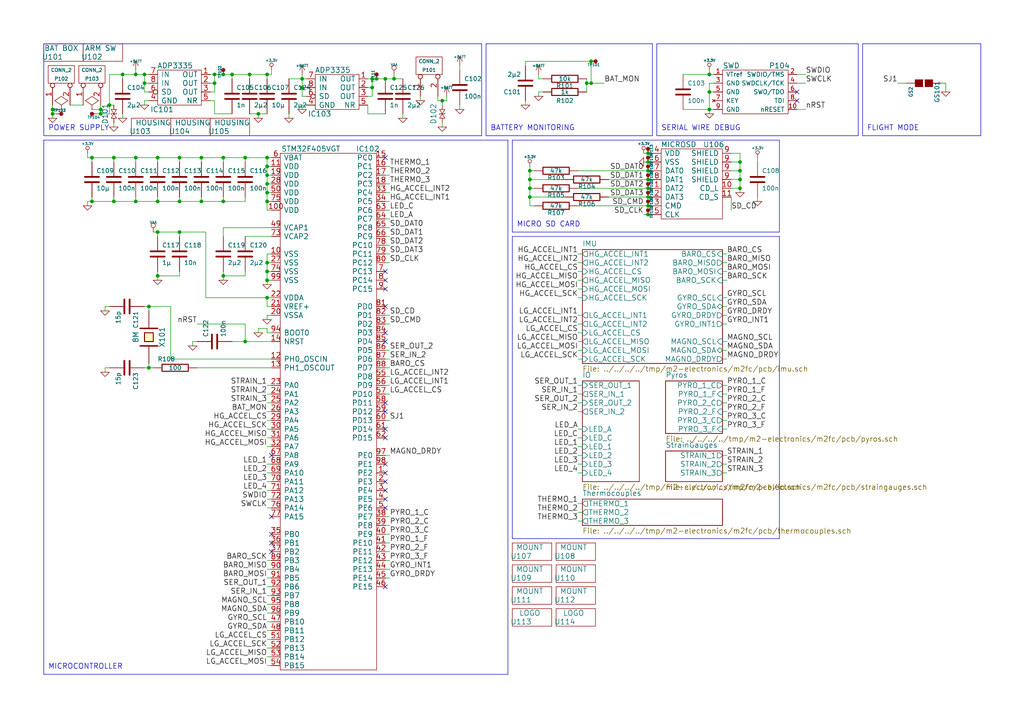
<source format=kicad_sch>
(kicad_sch (version 20230121) (generator eeschema)
  (paper "A4")
  (title_block (title "Martlet 2 Flight Computer") (date "18 Jul 2014") (rev "1") (company "Cambridge University Spaceflight") (comment 1 "Drawn By: Adam Greig"))
  (junction (at 111.76 22.86))
  (junction (at 77.47 86.36))
  (junction (at 214.63 54.61))
  (junction (at 153.67 52.07))
  (junction (at 45.72 80.01))
  (junction (at 33.02 45.72))
  (junction (at 214.63 52.07))
  (junction (at 52.07 45.72))
  (junction (at 171.45 17.78))
  (junction (at 153.67 54.61))
  (junction (at 87.63 22.86))
  (junction (at 33.02 58.42))
  (junction (at 39.37 58.42))
  (junction (at 77.47 55.88))
  (junction (at 52.07 67.31))
  (junction (at 77.47 76.2))
  (junction (at 187.96 52.07))
  (junction (at 109.22 22.86))
  (junction (at 71.12 45.72))
  (junction (at 64.77 58.42))
  (junction (at 77.47 78.74))
  (junction (at 77.47 48.26))
  (junction (at 77.47 53.34))
  (junction (at 62.23 21.59))
  (junction (at 77.47 50.8))
  (junction (at 205.74 21.59))
  (junction (at 214.63 46.99))
  (junction (at 15.24 31.75))
  (junction (at 39.37 21.59))
  (junction (at 67.31 21.59))
  (junction (at 153.67 57.15))
  (junction (at 58.42 45.72))
  (junction (at 187.96 54.61))
  (junction (at 64.77 45.72))
  (junction (at 107.95 25.4))
  (junction (at 41.91 24.13))
  (junction (at 214.63 49.53))
  (junction (at 64.77 80.01))
  (junction (at 128.27 29.21))
  (junction (at 64.77 21.59))
  (junction (at 87.63 25.4))
  (junction (at 77.47 45.72))
  (junction (at 77.47 81.28))
  (junction (at 39.37 45.72))
  (junction (at 171.45 24.13))
  (junction (at 52.07 58.42))
  (junction (at 45.72 58.42))
  (junction (at 107.95 22.86))
  (junction (at 71.12 99.06))
  (junction (at 205.74 26.67))
  (junction (at 72.39 21.59))
  (junction (at 77.47 58.42))
  (junction (at 26.67 58.42))
  (junction (at 43.18 88.9))
  (junction (at 15.24 33.02))
  (junction (at 205.74 31.75))
  (junction (at 29.21 31.75))
  (junction (at 153.67 49.53))
  (junction (at 170.18 24.13))
  (junction (at 45.72 45.72))
  (junction (at 62.23 24.13))
  (junction (at 187.96 46.99))
  (junction (at 45.72 67.31))
  (junction (at 187.96 59.69))
  (junction (at 41.91 21.59))
  (junction (at 29.21 33.02))
  (junction (at 187.96 49.53))
  (junction (at 187.96 62.23))
  (junction (at 187.96 44.45))
  (junction (at 114.3 22.86))
  (junction (at 74.93 33.02))
  (junction (at 58.42 58.42))
  (junction (at 35.56 21.59))
  (junction (at 77.47 21.59))
  (junction (at 187.96 57.15))
  (junction (at 31.75 30.48))
  (junction (at 26.67 45.72))
  (junction (at 43.18 106.68))
  (no_connect (at 111.76 137.16))
  (no_connect (at 111.76 124.46))
  (no_connect (at 111.76 139.7))
  (no_connect (at 111.76 134.62))
  (no_connect (at 111.76 83.82))
  (no_connect (at 111.76 116.84))
  (no_connect (at 111.76 144.78))
  (no_connect (at 78.74 149.86))
  (no_connect (at 231.14 29.21))
  (no_connect (at 111.76 127))
  (no_connect (at 78.74 160.02))
  (no_connect (at 78.74 132.08))
  (no_connect (at 111.76 78.74))
  (no_connect (at 231.14 26.67))
  (no_connect (at 78.74 154.94))
  (no_connect (at 111.76 99.06))
  (no_connect (at 111.76 170.18))
  (no_connect (at 111.76 119.38))
  (no_connect (at 111.76 142.24))
  (no_connect (at 111.76 81.28))
  (no_connect (at 111.76 88.9))
  (no_connect (at 111.76 147.32))
  (no_connect (at 111.76 45.72))
  (no_connect (at 78.74 157.48))
  (no_connect (at 111.76 96.52))
  (wire (pts (xy 35.56 21.59) (xy 39.37 21.59)))
  (wire (pts (xy 58.42 46.99) (xy 58.42 45.72)))
  (wire (pts (xy 83.82 33.02) (xy 83.82 34.29)))
  (wire (pts (xy 107.95 25.4) (xy 107.95 22.86)))
  (wire (pts (xy 72.39 22.86) (xy 72.39 21.59)))
  (wire (pts (xy 67.31 99.06) (xy 71.12 99.06)))
  (wire (pts (xy 87.63 27.94) (xy 87.63 25.4)))
  (wire (pts (xy 78.74 53.34) (xy 77.47 53.34)))
  (polyline (pts (xy 139.7 39.37) (xy 139.7 12.7)) (stroke (width 0) (type solid)))
  (wire (pts (xy 60.96 29.21) (xy 62.23 29.21)))
  (wire (pts (xy 77.47 88.9) (xy 77.47 86.36)))
  (wire (pts (xy 212.09 52.07) (xy 214.63 52.07)))
  (wire (pts (xy 210.82 88.9) (xy 209.55 88.9)))
  (wire (pts (xy 214.63 49.53) (xy 214.63 52.07)))
  (wire (pts (xy 58.42 58.42) (xy 58.42 57.15)))
  (wire (pts (xy 153.67 48.26) (xy 153.67 49.53)))
  (wire (pts (xy 167.64 104.14) (xy 168.91 104.14)))
  (wire (pts (xy 111.76 121.92) (xy 113.03 121.92)))
  (wire (pts (xy 77.47 144.78) (xy 78.74 144.78)))
  (wire (pts (xy 52.07 46.99) (xy 52.07 45.72)))
  (wire (pts (xy 78.74 48.26) (xy 77.47 48.26)))
  (wire (pts (xy 71.12 46.99) (xy 71.12 45.72)))
  (wire (pts (xy 26.67 31.75) (xy 29.21 31.75)))
  (wire (pts (xy 39.37 21.59) (xy 41.91 21.59)))
  (wire (pts (xy 170.18 24.13) (xy 170.18 26.67)))
  (wire (pts (xy 45.72 67.31) (xy 52.07 67.31)))
  (polyline (pts (xy 189.23 12.7) (xy 140.97 12.7)) (stroke (width 0) (type solid)))
  (wire (pts (xy 111.76 58.42) (xy 113.03 58.42)))
  (wire (pts (xy 106.68 27.94) (xy 107.95 27.94)))
  (wire (pts (xy 167.64 81.28) (xy 168.91 81.28)))
  (wire (pts (xy 167.64 146.05) (xy 168.91 146.05)))
  (wire (pts (xy 210.82 76.2) (xy 209.55 76.2)))
  (wire (pts (xy 187.96 46.99) (xy 189.23 46.99)))
  (wire (pts (xy 77.47 177.8) (xy 78.74 177.8)))
  (wire (pts (xy 39.37 57.15) (xy 39.37 58.42)))
  (wire (pts (xy 78.74 137.16) (xy 77.47 137.16)))
  (wire (pts (xy 78.74 73.66) (xy 77.47 73.66)))
  (wire (pts (xy 167.64 132.08) (xy 168.91 132.08)))
  (polyline (pts (xy 148.59 156.21) (xy 148.59 68.58)) (stroke (width 0) (type solid)))
  (wire (pts (xy 71.12 45.72) (xy 77.47 45.72)))
  (wire (pts (xy 167.64 96.52) (xy 168.91 96.52)))
  (wire (pts (xy 187.96 52.07) (xy 189.23 52.07)))
  (wire (pts (xy 133.35 19.05) (xy 133.35 20.32)))
  (wire (pts (xy 111.76 76.2) (xy 113.03 76.2)))
  (wire (pts (xy 29.21 30.48) (xy 29.21 31.75)))
  (wire (pts (xy 77.47 187.96) (xy 78.74 187.96)))
  (wire (pts (xy 55.88 99.06) (xy 55.88 100.33)))
  (wire (pts (xy 78.74 68.58) (xy 71.12 68.58)))
  (wire (pts (xy 153.67 52.07) (xy 163.83 52.07)))
  (wire (pts (xy 78.74 78.74) (xy 77.47 78.74)))
  (wire (pts (xy 74.93 33.02) (xy 74.93 34.29)))
  (wire (pts (xy 58.42 45.72) (xy 64.77 45.72)))
  (wire (pts (xy 153.67 49.53) (xy 154.94 49.53)))
  (wire (pts (xy 59.69 86.36) (xy 77.47 86.36)))
  (wire (pts (xy 77.47 21.59) (xy 77.47 22.86)))
  (wire (pts (xy 210.82 114.3) (xy 209.55 114.3)))
  (wire (pts (xy 210.82 119.38) (xy 209.55 119.38)))
  (wire (pts (xy 29.21 33.02) (xy 31.75 33.02)))
  (wire (pts (xy 45.72 78.74) (xy 45.72 80.01)))
  (wire (pts (xy 167.64 76.2) (xy 168.91 76.2)))
  (wire (pts (xy 167.64 129.54) (xy 168.91 129.54)))
  (wire (pts (xy 64.77 78.74) (xy 64.77 80.01)))
  (wire (pts (xy 83.82 22.86) (xy 87.63 22.86)))
  (wire (pts (xy 167.64 134.62) (xy 168.91 134.62)))
  (wire (pts (xy 71.12 58.42) (xy 71.12 57.15)))
  (wire (pts (xy 152.4 29.21) (xy 152.4 30.48)))
  (wire (pts (xy 41.91 29.21) (xy 41.91 30.48)))
  (wire (pts (xy 77.47 114.3) (xy 78.74 114.3)))
  (wire (pts (xy 167.64 93.98) (xy 168.91 93.98)))
  (wire (pts (xy 274.32 24.13) (xy 274.32 26.67)))
  (wire (pts (xy 78.74 134.62) (xy 77.47 134.62)))
  (wire (pts (xy 77.47 127) (xy 78.74 127)))
  (wire (pts (xy 44.45 67.31) (xy 45.72 67.31)))
  (polyline (pts (xy 248.92 12.7) (xy 190.5 12.7)) (stroke (width 0) (type solid)))
  (wire (pts (xy 157.48 26.67) (xy 156.21 26.67)))
  (wire (pts (xy 35.56 22.86) (xy 35.56 21.59)))
  (wire (pts (xy 111.76 165.1) (xy 113.03 165.1)))
  (wire (pts (xy 31.75 106.68) (xy 30.48 106.68)))
  (wire (pts (xy 71.12 93.98) (xy 71.12 99.06)))
  (wire (pts (xy 207.01 26.67) (xy 205.74 26.67)))
  (wire (pts (xy 111.76 71.12) (xy 113.03 71.12)))
  (wire (pts (xy 39.37 45.72) (xy 45.72 45.72)))
  (wire (pts (xy 156.21 21.59) (xy 156.21 22.86)))
  (wire (pts (xy 152.4 17.78) (xy 152.4 19.05)))
  (wire (pts (xy 111.76 50.8) (xy 113.03 50.8)))
  (wire (pts (xy 60.96 26.67) (xy 62.23 26.67)))
  (wire (pts (xy 212.09 54.61) (xy 214.63 54.61)))
  (wire (pts (xy 153.67 57.15) (xy 163.83 57.15)))
  (wire (pts (xy 49.53 88.9) (xy 43.18 88.9)))
  (wire (pts (xy 111.76 101.6) (xy 113.03 101.6)))
  (polyline (pts (xy 148.59 67.31) (xy 226.06 67.31)) (stroke (width 0) (type solid)))
  (wire (pts (xy 30.48 90.17) (xy 30.48 88.9)))
  (wire (pts (xy 78.74 91.44) (xy 77.47 91.44)))
  (wire (pts (xy 209.55 134.62) (xy 210.82 134.62)))
  (wire (pts (xy 43.18 29.21) (xy 41.91 29.21)))
  (wire (pts (xy 111.76 162.56) (xy 113.03 162.56)))
  (polyline (pts (xy 190.5 12.7) (xy 190.5 39.37)) (stroke (width 0) (type solid)))
  (wire (pts (xy 49.53 104.14) (xy 78.74 104.14)))
  (wire (pts (xy 167.64 83.82) (xy 168.91 83.82)))
  (wire (pts (xy 111.76 149.86) (xy 113.03 149.86)))
  (wire (pts (xy 111.76 53.34) (xy 113.03 53.34)))
  (wire (pts (xy 153.67 59.69) (xy 154.94 59.69)))
  (polyline (pts (xy 284.48 39.37) (xy 250.19 39.37)) (stroke (width 0) (type solid)))
  (wire (pts (xy 153.67 57.15) (xy 153.67 59.69)))
  (wire (pts (xy 111.76 132.08) (xy 113.03 132.08)))
  (wire (pts (xy 41.91 106.68) (xy 43.18 106.68)))
  (wire (pts (xy 111.76 73.66) (xy 113.03 73.66)))
  (wire (pts (xy 62.23 24.13) (xy 62.23 21.59)))
  (wire (pts (xy 107.95 22.86) (xy 109.22 22.86)))
  (wire (pts (xy 78.74 142.24) (xy 77.47 142.24)))
  (wire (pts (xy 45.72 46.99) (xy 45.72 45.72)))
  (wire (pts (xy 60.96 24.13) (xy 62.23 24.13)))
  (wire (pts (xy 71.12 99.06) (xy 78.74 99.06)))
  (polyline (pts (xy 226.06 40.64) (xy 226.06 67.31)) (stroke (width 0) (type solid)))
  (wire (pts (xy 87.63 30.48) (xy 87.63 31.75)))
  (polyline (pts (xy 248.92 39.37) (xy 248.92 12.7)) (stroke (width 0) (type solid)))
  (wire (pts (xy 77.47 55.88) (xy 78.74 55.88)))
  (polyline (pts (xy 226.06 68.58) (xy 226.06 156.21)) (stroke (width 0) (type solid)))
  (polyline (pts (xy 147.32 40.64) (xy 147.32 195.58)) (stroke (width 0) (type solid)))
  (wire (pts (xy 209.55 99.06) (xy 210.82 99.06)))
  (wire (pts (xy 187.96 54.61) (xy 189.23 54.61)))
  (wire (pts (xy 111.76 93.98) (xy 113.03 93.98)))
  (wire (pts (xy 187.96 59.69) (xy 189.23 59.69)))
  (wire (pts (xy 39.37 20.32) (xy 39.37 21.59)))
  (wire (pts (xy 209.55 86.36) (xy 210.82 86.36)))
  (wire (pts (xy 209.55 137.16) (xy 210.82 137.16)))
  (wire (pts (xy 52.07 67.31) (xy 59.69 67.31)))
  (polyline (pts (xy 12.7 195.58) (xy 12.7 40.64)) (stroke (width 0) (type solid)))
  (wire (pts (xy 35.56 33.02) (xy 35.56 34.29)))
  (wire (pts (xy 77.47 91.44) (xy 77.47 92.71)))
  (wire (pts (xy 87.63 25.4) (xy 87.63 22.86)))
  (wire (pts (xy 43.18 90.17) (xy 43.18 88.9)))
  (wire (pts (xy 111.76 109.22) (xy 113.03 109.22)))
  (wire (pts (xy 88.9 27.94) (xy 87.63 27.94)))
  (wire (pts (xy 52.07 58.42) (xy 58.42 58.42)))
  (wire (pts (xy 64.77 45.72) (xy 71.12 45.72)))
  (wire (pts (xy 167.64 151.13) (xy 168.91 151.13)))
  (wire (pts (xy 77.47 190.5) (xy 78.74 190.5)))
  (polyline (pts (xy 148.59 68.58) (xy 226.06 68.58)) (stroke (width 0) (type solid)))
  (wire (pts (xy 212.09 49.53) (xy 214.63 49.53)))
  (wire (pts (xy 78.74 76.2) (xy 77.47 76.2)))
  (wire (pts (xy 77.47 45.72) (xy 78.74 45.72)))
  (wire (pts (xy 111.76 63.5) (xy 113.03 63.5)))
  (wire (pts (xy 77.47 58.42) (xy 78.74 58.42)))
  (wire (pts (xy 57.15 99.06) (xy 55.88 99.06)))
  (wire (pts (xy 205.74 21.59) (xy 207.01 21.59)))
  (polyline (pts (xy 140.97 12.7) (xy 140.97 39.37)) (stroke (width 0) (type solid)))
  (wire (pts (xy 167.64 119.38) (xy 168.91 119.38)))
  (wire (pts (xy 111.76 68.58) (xy 113.03 68.58)))
  (wire (pts (xy 78.74 50.8) (xy 77.47 50.8)))
  (wire (pts (xy 77.47 86.36) (xy 78.74 86.36)))
  (wire (pts (xy 43.18 24.13) (xy 41.91 24.13)))
  (wire (pts (xy 45.72 80.01) (xy 52.07 80.01)))
  (wire (pts (xy 209.55 78.74) (xy 210.82 78.74)))
  (wire (pts (xy 57.15 93.98) (xy 71.12 93.98)))
  (wire (pts (xy 45.72 67.31) (xy 45.72 68.58)))
  (wire (pts (xy 111.76 160.02) (xy 113.03 160.02)))
  (wire (pts (xy 77.47 167.64) (xy 78.74 167.64)))
  (wire (pts (xy 212.09 44.45) (xy 214.63 44.45)))
  (wire (pts (xy 41.91 26.67) (xy 43.18 26.67)))
  (wire (pts (xy 77.47 116.84) (xy 78.74 116.84)))
  (wire (pts (xy 167.64 114.3) (xy 168.91 114.3)))
  (wire (pts (xy 87.63 22.86) (xy 87.63 21.59)))
  (wire (pts (xy 111.76 104.14) (xy 113.03 104.14)))
  (wire (pts (xy 133.35 30.48) (xy 133.35 31.75)))
  (wire (pts (xy 72.39 21.59) (xy 77.47 21.59)))
  (wire (pts (xy 64.77 80.01) (xy 71.12 80.01)))
  (polyline (pts (xy 284.48 12.7) (xy 284.48 39.37)) (stroke (width 0) (type solid)))
  (wire (pts (xy 210.82 104.14) (xy 209.55 104.14)))
  (wire (pts (xy 77.47 162.56) (xy 78.74 162.56)))
  (wire (pts (xy 33.02 30.48) (xy 31.75 30.48)))
  (wire (pts (xy 205.74 31.75) (xy 205.74 33.02)))
  (polyline (pts (xy 226.06 156.21) (xy 148.59 156.21)) (stroke (width 0) (type solid)))
  (wire (pts (xy 45.72 45.72) (xy 52.07 45.72)))
  (wire (pts (xy 113.03 152.4) (xy 111.76 152.4)))
  (wire (pts (xy 77.47 58.42) (xy 77.47 60.96)))
  (wire (pts (xy 176.53 57.15) (xy 187.96 57.15)))
  (wire (pts (xy 78.74 81.28) (xy 77.47 81.28)))
  (wire (pts (xy 64.77 58.42) (xy 71.12 58.42)))
  (wire (pts (xy 52.07 68.58) (xy 52.07 67.31)))
  (wire (pts (xy 207.01 24.13) (xy 205.74 24.13)))
  (wire (pts (xy 77.47 96.52) (xy 77.47 95.25)))
  (wire (pts (xy 77.47 81.28) (xy 77.47 82.55)))
  (wire (pts (xy 262.89 24.13) (xy 260.35 24.13)))
  (wire (pts (xy 153.67 49.53) (xy 153.67 52.07)))
  (wire (pts (xy 121.92 27.94) (xy 121.92 29.21)))
  (wire (pts (xy 170.18 24.13) (xy 171.45 24.13)))
  (wire (pts (xy 39.37 46.99) (xy 39.37 45.72)))
  (wire (pts (xy 25.4 45.72) (xy 26.67 45.72)))
  (wire (pts (xy 189.23 62.23) (xy 187.96 62.23)))
  (wire (pts (xy 25.4 59.69) (xy 25.4 58.42)))
  (wire (pts (xy 33.02 46.99) (xy 33.02 45.72)))
  (polyline (pts (xy 147.32 195.58) (xy 12.7 195.58)) (stroke (width 0) (type solid)))
  (wire (pts (xy 210.82 111.76) (xy 209.55 111.76)))
  (wire (pts (xy 20.32 30.48) (xy 24.13 30.48)))
  (wire (pts (xy 171.45 24.13) (xy 175.26 24.13)))
  (wire (pts (xy 187.96 62.23) (xy 186.69 62.23)))
  (wire (pts (xy 16.51 33.02) (xy 15.24 33.02)))
  (wire (pts (xy 77.47 55.88) (xy 77.47 58.42)))
  (wire (pts (xy 77.47 180.34) (xy 78.74 180.34)))
  (wire (pts (xy 212.09 57.15) (xy 212.09 60.96)))
  (wire (pts (xy 205.74 26.67) (xy 205.74 31.75)))
  (wire (pts (xy 209.55 73.66) (xy 210.82 73.66)))
  (wire (pts (xy 49.53 88.9) (xy 49.53 104.14)))
  (wire (pts (xy 106.68 33.02) (xy 111.76 33.02)))
  (polyline (pts (xy 12.7 40.64) (xy 147.32 40.64)) (stroke (width 0) (type solid)))
  (polyline (pts (xy 148.59 40.64) (xy 148.59 67.31)) (stroke (width 0) (type solid)))
  (wire (pts (xy 30.48 106.68) (xy 30.48 107.95)))
  (wire (pts (xy 52.07 80.01) (xy 52.07 78.74)))
  (wire (pts (xy 167.64 49.53) (xy 187.96 49.53)))
  (wire (pts (xy 60.96 21.59) (xy 62.23 21.59)))
  (wire (pts (xy 77.47 45.72) (xy 77.47 48.26)))
  (wire (pts (xy 33.02 45.72) (xy 39.37 45.72)))
  (wire (pts (xy 186.69 44.45) (xy 187.96 44.45)))
  (wire (pts (xy 111.76 106.68) (xy 113.03 106.68)))
  (wire (pts (xy 129.54 29.21) (xy 129.54 27.94)))
  (wire (pts (xy 67.31 21.59) (xy 72.39 21.59)))
  (wire (pts (xy 113.03 154.94) (xy 111.76 154.94)))
  (wire (pts (xy 41.91 24.13) (xy 41.91 26.67)))
  (wire (pts (xy 78.74 21.59) (xy 78.74 20.32)))
  (wire (pts (xy 17.78 31.75) (xy 15.24 31.75)))
  (wire (pts (xy 62.23 26.67) (xy 62.23 24.13)))
  (wire (pts (xy 116.84 33.02) (xy 116.84 34.29)))
  (wire (pts (xy 77.47 185.42) (xy 78.74 185.42)))
  (wire (pts (xy 111.76 55.88) (xy 113.03 55.88)))
  (polyline (pts (xy 190.5 39.37) (xy 248.92 39.37)) (stroke (width 0) (type solid)))
  (wire (pts (xy 111.76 91.44) (xy 113.03 91.44)))
  (wire (pts (xy 113.03 157.48) (xy 111.76 157.48)))
  (wire (pts (xy 88.9 25.4) (xy 87.63 25.4)))
  (wire (pts (xy 77.47 147.32) (xy 78.74 147.32)))
  (wire (pts (xy 167.64 86.36) (xy 168.91 86.36)))
  (wire (pts (xy 167.64 99.06) (xy 168.91 99.06)))
  (wire (pts (xy 187.96 44.45) (xy 189.23 44.45)))
  (wire (pts (xy 33.02 35.56) (xy 33.02 36.83)))
  (wire (pts (xy 77.47 129.54) (xy 78.74 129.54)))
  (wire (pts (xy 52.07 58.42) (xy 52.07 57.15)))
  (wire (pts (xy 111.76 48.26) (xy 113.03 48.26)))
  (wire (pts (xy 106.68 30.48) (xy 106.68 33.02)))
  (wire (pts (xy 77.47 172.72) (xy 78.74 172.72)))
  (wire (pts (xy 64.77 80.01) (xy 64.77 81.28)))
  (wire (pts (xy 127 29.21) (xy 128.27 29.21)))
  (wire (pts (xy 212.09 46.99) (xy 214.63 46.99)))
  (wire (pts (xy 205.74 31.75) (xy 207.01 31.75)))
  (wire (pts (xy 77.47 193.04) (xy 78.74 193.04)))
  (wire (pts (xy 111.76 66.04) (xy 113.03 66.04)))
  (wire (pts (xy 72.39 33.02) (xy 74.93 33.02)))
  (wire (pts (xy 77.47 119.38) (xy 78.74 119.38)))
  (wire (pts (xy 78.74 96.52) (xy 77.47 96.52)))
  (wire (pts (xy 77.47 124.46) (xy 78.74 124.46)))
  (wire (pts (xy 109.22 22.86) (xy 111.76 22.86)))
  (wire (pts (xy 167.64 91.44) (xy 168.91 91.44)))
  (wire (pts (xy 210.82 101.6) (xy 209.55 101.6)))
  (wire (pts (xy 176.53 52.07) (xy 187.96 52.07)))
  (polyline (pts (xy 12.7 39.37) (xy 139.7 39.37)) (stroke (width 0) (type solid)))
  (wire (pts (xy 186.69 46.99) (xy 187.96 46.99)))
  (wire (pts (xy 59.69 67.31) (xy 59.69 86.36)))
  (wire (pts (xy 78.74 139.7) (xy 77.47 139.7)))
  (wire (pts (xy 77.47 53.34) (xy 77.47 55.88)))
  (wire (pts (xy 205.74 20.32) (xy 205.74 21.59)))
  (wire (pts (xy 77.47 182.88) (xy 78.74 182.88)))
  (wire (pts (xy 209.55 93.98) (xy 210.82 93.98)))
  (wire (pts (xy 205.74 24.13) (xy 205.74 26.67)))
  (wire (pts (xy 209.55 121.92) (xy 210.82 121.92)))
  (wire (pts (xy 128.27 29.21) (xy 128.27 30.48)))
  (wire (pts (xy 58.42 58.42) (xy 64.77 58.42)))
  (wire (pts (xy 128.27 35.56) (xy 128.27 36.83)))
  (wire (pts (xy 41.91 21.59) (xy 43.18 21.59)))
  (wire (pts (xy 167.64 78.74) (xy 168.91 78.74)))
  (wire (pts (xy 231.14 24.13) (xy 233.68 24.13)))
  (wire (pts (xy 26.67 58.42) (xy 33.02 58.42)))
  (wire (pts (xy 128.27 29.21) (xy 129.54 29.21)))
  (wire (pts (xy 167.64 127) (xy 168.91 127)))
  (wire (pts (xy 87.63 22.86) (xy 88.9 22.86)))
  (wire (pts (xy 41.91 21.59) (xy 41.91 24.13)))
  (wire (pts (xy 231.14 31.75) (xy 233.68 31.75)))
  (wire (pts (xy 167.64 111.76) (xy 168.91 111.76)))
  (wire (pts (xy 26.67 45.72) (xy 33.02 45.72)))
  (wire (pts (xy 167.64 148.59) (xy 168.91 148.59)))
  (wire (pts (xy 114.3 21.59) (xy 114.3 22.86)))
  (wire (pts (xy 198.12 21.59) (xy 205.74 21.59)))
  (wire (pts (xy 62.23 21.59) (xy 64.77 21.59)))
  (wire (pts (xy 111.76 22.86) (xy 114.3 22.86)))
  (wire (pts (xy 77.47 50.8) (xy 77.47 53.34)))
  (wire (pts (xy 167.64 101.6) (xy 168.91 101.6)))
  (wire (pts (xy 127 27.94) (xy 127 29.21)))
  (wire (pts (xy 167.64 59.69) (xy 187.96 59.69)))
  (wire (pts (xy 214.63 44.45) (xy 214.63 46.99)))
  (wire (pts (xy 30.48 88.9) (xy 31.75 88.9)))
  (wire (pts (xy 170.18 22.86) (xy 170.18 24.13)))
  (wire (pts (xy 77.47 95.25) (xy 74.93 95.25)))
  (wire (pts (xy 78.74 111.76) (xy 77.47 111.76)))
  (wire (pts (xy 77.47 170.18) (xy 78.74 170.18)))
  (wire (pts (xy 33.02 57.15) (xy 33.02 58.42)))
  (wire (pts (xy 167.64 137.16) (xy 168.91 137.16)))
  (wire (pts (xy 52.07 45.72) (xy 58.42 45.72)))
  (wire (pts (xy 43.18 106.68) (xy 44.45 106.68)))
  (wire (pts (xy 111.76 111.76) (xy 113.03 111.76)))
  (wire (pts (xy 43.18 105.41) (xy 43.18 106.68)))
  (wire (pts (xy 64.77 21.59) (xy 67.31 21.59)))
  (wire (pts (xy 209.55 91.44) (xy 210.82 91.44)))
  (wire (pts (xy 78.74 88.9) (xy 77.47 88.9)))
  (wire (pts (xy 171.45 17.78) (xy 152.4 17.78)))
  (wire (pts (xy 74.93 33.02) (xy 77.47 33.02)))
  (wire (pts (xy 77.47 48.26) (xy 77.47 50.8)))
  (wire (pts (xy 78.74 66.04) (xy 64.77 66.04)))
  (wire (pts (xy 45.72 80.01) (xy 45.72 81.28)))
  (wire (pts (xy 187.96 57.15) (xy 189.23 57.15)))
  (wire (pts (xy 25.4 58.42) (xy 26.67 58.42)))
  (wire (pts (xy 45.72 58.42) (xy 52.07 58.42)))
  (wire (pts (xy 214.63 46.99) (xy 214.63 49.53)))
  (wire (pts (xy 62.23 29.21) (xy 62.23 33.02)))
  (wire (pts (xy 107.95 27.94) (xy 107.95 25.4)))
  (wire (pts (xy 45.72 57.15) (xy 45.72 58.42)))
  (wire (pts (xy 153.67 54.61) (xy 153.67 57.15)))
  (polyline (pts (xy 12.7 12.7) (xy 12.7 39.37)) (stroke (width 0) (type solid)))
  (wire (pts (xy 71.12 80.01) (xy 71.12 78.74)))
  (wire (pts (xy 273.05 24.13) (xy 274.32 24.13)))
  (wire (pts (xy 77.47 165.1) (xy 78.74 165.1)))
  (wire (pts (xy 214.63 52.07) (xy 214.63 54.61)))
  (polyline (pts (xy 148.59 40.64) (xy 226.06 40.64)) (stroke (width 0) (type solid)))
  (wire (pts (xy 77.47 175.26) (xy 78.74 175.26)))
  (wire (pts (xy 167.64 116.84) (xy 168.91 116.84)))
  (wire (pts (xy 64.77 58.42) (xy 64.77 57.15)))
  (wire (pts (xy 25.4 44.45) (xy 25.4 45.72)))
  (polyline (pts (xy 250.19 12.7) (xy 284.48 12.7)) (stroke (width 0) (type solid)))
  (wire (pts (xy 74.93 95.25) (xy 74.93 96.52)))
  (wire (pts (xy 67.31 22.86) (xy 67.31 21.59)))
  (wire (pts (xy 77.47 121.92) (xy 78.74 121.92)))
  (wire (pts (xy 77.47 73.66) (xy 77.47 76.2)))
  (wire (pts (xy 31.75 21.59) (xy 35.56 21.59)))
  (wire (pts (xy 39.37 58.42) (xy 45.72 58.42)))
  (wire (pts (xy 156.21 22.86) (xy 157.48 22.86)))
  (wire (pts (xy 167.64 73.66) (xy 168.91 73.66)))
  (wire (pts (xy 210.82 81.28) (xy 209.55 81.28)))
  (wire (pts (xy 31.75 30.48) (xy 31.75 21.59)))
  (wire (pts (xy 26.67 46.99) (xy 26.67 45.72)))
  (wire (pts (xy 156.21 26.67) (xy 156.21 27.94)))
  (wire (pts (xy 57.15 106.68) (xy 78.74 106.68)))
  (wire (pts (xy 231.14 21.59) (xy 233.68 21.59)))
  (polyline (pts (xy 189.23 12.7) (xy 189.23 39.37)) (stroke (width 0) (type solid)))
  (wire (pts (xy 214.63 54.61) (xy 214.63 55.88)))
  (wire (pts (xy 106.68 25.4) (xy 107.95 25.4)))
  (wire (pts (xy 15.24 31.75) (xy 15.24 33.02)))
  (wire (pts (xy 15.24 30.48) (xy 15.24 31.75)))
  (wire (pts (xy 77.47 78.74) (xy 77.47 81.28)))
  (wire (pts (xy 187.96 49.53) (xy 189.23 49.53)))
  (wire (pts (xy 171.45 24.13) (xy 171.45 17.78)))
  (wire (pts (xy 77.47 76.2) (xy 77.47 78.74)))
  (wire (pts (xy 209.55 132.08) (xy 210.82 132.08)))
  (wire (pts (xy 111.76 167.64) (xy 113.03 167.64)))
  (wire (pts (xy 209.55 124.46) (xy 210.82 124.46)))
  (wire (pts (xy 198.12 31.75) (xy 205.74 31.75)))
  (wire (pts (xy 153.67 54.61) (xy 154.94 54.61)))
  (wire (pts (xy 153.67 52.07) (xy 153.67 54.61)))
  (wire (pts (xy 106.68 22.86) (xy 107.95 22.86)))
  (wire (pts (xy 62.23 33.02) (xy 67.31 33.02)))
  (wire (pts (xy 31.75 33.02) (xy 31.75 30.48)))
  (wire (pts (xy 219.71 57.15) (xy 219.71 58.42)))
  (wire (pts (xy 210.82 116.84) (xy 209.55 116.84)))
  (polyline (pts (xy 12.7 12.7) (xy 139.7 12.7)) (stroke (width 0) (type solid)))
  (polyline (pts (xy 250.19 39.37) (xy 250.19 12.7)) (stroke (width 0) (type solid)))
  (wire (pts (xy 77.47 60.96) (xy 78.74 60.96)))
  (wire (pts (xy 26.67 57.15) (xy 26.67 58.42)))
  (wire (pts (xy 114.3 22.86) (xy 116.84 22.86)))
  (wire (pts (xy 111.76 114.3) (xy 113.03 114.3)))
  (wire (pts (xy 15.24 33.02) (xy 15.24 34.29)))
  (wire (pts (xy 33.02 58.42) (xy 39.37 58.42)))
  (wire (pts (xy 27.94 33.02) (xy 29.21 33.02)))
  (wire (pts (xy 29.21 31.75) (xy 29.21 33.02)))
  (wire (pts (xy 167.64 54.61) (xy 187.96 54.61)))
  (wire (pts (xy 88.9 30.48) (xy 87.63 30.48)))
  (wire (pts (xy 111.76 60.96) (xy 113.03 60.96)))
  (wire (pts (xy 77.47 21.59) (xy 78.74 21.59)))
  (wire (pts (xy 64.77 66.04) (xy 64.77 68.58)))
  (polyline (pts (xy 140.97 39.37) (xy 189.23 39.37)) (stroke (width 0) (type solid)))
  (wire (pts (xy 43.18 88.9) (xy 41.91 88.9)))
  (wire (pts (xy 64.77 46.99) (xy 64.77 45.72)))
  (wire (pts (xy 219.71 45.72) (xy 219.71 46.99)))
  (wire (pts (xy 167.64 124.46) (xy 168.91 124.46)))
  (text "MICROCONTROLLER" (at 13.97 194.31 0) (effects (font (size 1.524 1.524)) (justify left bottom)))
  (text "SERIAL WIRE DEBUG" (at 191.77 38.1 0) (effects (font (size 1.524 1.524)) (justify left bottom)))
  (text "BATTERY MONITORING" (at 142.24 38.1 0) (effects (font (size 1.524 1.524)) (justify left bottom)))
  (text "POWER SUPPLY" (at 13.97 38.1 0) (effects (font (size 1.524 1.524)) (justify left bottom)))
  (text "FLIGHT MODE" (at 251.46 38.1 0) (effects (font (size 1.524 1.524)) (justify left bottom)))
  (text "MICRO SD CARD" (at 149.86 66.04 0) (effects (font (size 1.524 1.524)) (justify left bottom)))
  (label "SD_DAT3" (at 186.69 57.15 180) (effects (font (size 1.524 1.524))))
  (label "SD_CD" (at 212.09 60.96 0) (effects (font (size 1.524 1.524))))
  (label "LG_ACCEL_MISO" (at 77.47 190.5 180) (effects (font (size 1.524 1.524))))
  (label "LG_ACCEL_MOSI" (at 167.64 101.6 180) (effects (font (size 1.524 1.524))))
  (label "LED_1" (at 77.47 134.62 180) (effects (font (size 1.524 1.524))))
  (label "GYRO_SCL" (at 210.82 86.36 0) (effects (font (size 1.524 1.524))))
  (label "SD_DAT2" (at 113.03 71.12 0) (effects (font (size 1.524 1.524))))
  (label "SER_IN_1" (at 167.64 114.3 180) (effects (font (size 1.524 1.524))))
  (label "HG_ACCEL_INT1" (at 167.64 73.66 180) (effects (font (size 1.524 1.524))))
  (label "LED_3" (at 77.47 139.7 180) (effects (font (size 1.524 1.524))))
  (label "STRAIN_2" (at 210.82 134.62 0) (effects (font (size 1.524 1.524))))
  (label "HG_ACCEL_SCK" (at 167.64 86.36 180) (effects (font (size 1.524 1.524))))
  (label "LED_2" (at 167.64 132.08 180) (effects (font (size 1.524 1.524))))
  (label "MAGNO_SCL" (at 210.82 99.06 0) (effects (font (size 1.524 1.524))))
  (label "HG_ACCEL_MISO" (at 167.64 81.28 180) (effects (font (size 1.524 1.524))))
  (label "SD_DAT0" (at 113.03 66.04 0) (effects (font (size 1.524 1.524))))
  (label "LG_ACCEL_INT2" (at 167.64 93.98 180) (effects (font (size 1.524 1.524))))
  (label "PYRO_2_C" (at 113.03 152.4 0) (effects (font (size 1.524 1.524))))
  (label "BARO_MOSI" (at 210.82 78.74 0) (effects (font (size 1.524 1.524))))
  (label "LED_A" (at 113.03 63.5 0) (effects (font (size 1.524 1.524))))
  (label "HG_ACCEL_SCK" (at 77.47 124.46 180) (effects (font (size 1.524 1.524))))
  (label "BARO_CS" (at 113.03 106.68 0) (effects (font (size 1.524 1.524))))
  (label "SD_DAT1" (at 186.69 52.07 180) (effects (font (size 1.524 1.524))))
  (label "HG_ACCEL_INT2" (at 113.03 55.88 0) (effects (font (size 1.524 1.524))))
  (label "HG_ACCEL_INT1" (at 113.03 58.42 0) (effects (font (size 1.524 1.524))))
  (label "GYRO_SCL" (at 77.47 180.34 180) (effects (font (size 1.524 1.524))))
  (label "HG_ACCEL_MOSI" (at 77.47 129.54 180) (effects (font (size 1.524 1.524))))
  (label "LG_ACCEL_INT1" (at 167.64 91.44 180) (effects (font (size 1.524 1.524))))
  (label "THERMO_1" (at 113.03 48.26 0) (effects (font (size 1.524 1.524))))
  (label "PYRO_1_C" (at 113.03 149.86 0) (effects (font (size 1.524 1.524))))
  (label "PYRO_3_F" (at 113.03 162.56 0) (effects (font (size 1.524 1.524))))
  (label "HG_ACCEL_CS" (at 167.64 78.74 180) (effects (font (size 1.524 1.524))))
  (label "GYRO_DRDY" (at 113.03 167.64 0) (effects (font (size 1.524 1.524))))
  (label "MAGNO_DRDY" (at 113.03 132.08 0) (effects (font (size 1.524 1.524))))
  (label "SER_IN_1" (at 77.47 172.72 180) (effects (font (size 1.524 1.524))))
  (label "GYRO_SDA" (at 77.47 182.88 180) (effects (font (size 1.524 1.524))))
  (label "SD_CMD" (at 113.03 93.98 0) (effects (font (size 1.524 1.524))))
  (label "PYRO_2_F" (at 210.82 119.38 0) (effects (font (size 1.524 1.524))))
  (label "LG_ACCEL_CS" (at 77.47 185.42 180) (effects (font (size 1.524 1.524))))
  (label "LG_ACCEL_CS" (at 113.03 114.3 0) (effects (font (size 1.524 1.524))))
  (label "SD_CD" (at 113.03 91.44 0) (effects (font (size 1.524 1.524))))
  (label "SWCLK" (at 233.68 24.13 0) (effects (font (size 1.524 1.524))))
  (label "THERMO_2" (at 167.64 148.59 180) (effects (font (size 1.524 1.524))))
  (label "BARO_SCK" (at 77.47 162.56 180) (effects (font (size 1.524 1.524))))
  (label "PYRO_3_F" (at 210.82 124.46 0) (effects (font (size 1.524 1.524))))
  (label "STRAIN_1" (at 77.47 111.76 180) (effects (font (size 1.524 1.524))))
  (label "SD_DAT2" (at 186.69 54.61 180) (effects (font (size 1.524 1.524))))
  (label "SER_OUT_2" (at 113.03 101.6 0) (effects (font (size 1.524 1.524))))
  (label "MAGNO_SCL" (at 77.47 175.26 180) (effects (font (size 1.524 1.524))))
  (label "LG_ACCEL_INT1" (at 113.03 111.76 0) (effects (font (size 1.524 1.524))))
  (label "LED_4" (at 77.47 142.24 180) (effects (font (size 1.524 1.524))))
  (label "SWDIO" (at 233.68 21.59 0) (effects (font (size 1.524 1.524))))
  (label "LG_ACCEL_MISO" (at 167.64 99.06 180) (effects (font (size 1.524 1.524))))
  (label "HG_ACCEL_MISO" (at 77.47 127 180) (effects (font (size 1.524 1.524))))
  (label "LG_ACCEL_SCK" (at 77.47 187.96 180) (effects (font (size 1.524 1.524))))
  (label "SD_DAT3" (at 113.03 73.66 0) (effects (font (size 1.524 1.524))))
  (label "STRAIN_3" (at 210.82 137.16 0) (effects (font (size 1.524 1.524))))
  (label "nRST" (at 233.68 31.75 0) (effects (font (size 1.524 1.524))))
  (label "SD_CLK" (at 113.03 76.2 0) (effects (font (size 1.524 1.524))))
  (label "MAGNO_DRDY" (at 210.82 104.14 0) (effects (font (size 1.524 1.524))))
  (label "nRST" (at 57.15 93.98 180) (effects (font (size 1.524 1.524))))
  (label "BARO_MOSI" (at 77.47 167.64 180) (effects (font (size 1.524 1.524))))
  (label "PYRO_3_C" (at 210.82 121.92 0) (effects (font (size 1.524 1.524))))
  (label "THERMO_3" (at 113.03 53.34 0) (effects (font (size 1.524 1.524))))
  (label "STRAIN_3" (at 77.47 116.84 180) (effects (font (size 1.524 1.524))))
  (label "BARO_CS" (at 210.82 73.66 0) (effects (font (size 1.524 1.524))))
  (label "THERMO_2" (at 113.03 50.8 0) (effects (font (size 1.524 1.524))))
  (label "PYRO_1_C" (at 210.82 111.76 0) (effects (font (size 1.524 1.524))))
  (label "SER_IN_2" (at 167.64 119.38 180) (effects (font (size 1.524 1.524))))
  (label "THERMO_3" (at 167.64 151.13 180) (effects (font (size 1.524 1.524))))
  (label "THERMO_1" (at 167.64 146.05 180) (effects (font (size 1.524 1.524))))
  (label "SER_IN_2" (at 113.03 104.14 0) (effects (font (size 1.524 1.524))))
  (label "BARO_SCK" (at 210.82 81.28 0) (effects (font (size 1.524 1.524))))
  (label "LED_C" (at 167.64 127 180) (effects (font (size 1.524 1.524))))
  (label "SJ1" (at 260.35 24.13 180) (effects (font (size 1.524 1.524))))
  (label "PYRO_3_C" (at 113.03 154.94 0) (effects (font (size 1.524 1.524))))
  (label "STRAIN_1" (at 210.82 132.08 0) (effects (font (size 1.524 1.524))))
  (label "GYRO_DRDY" (at 210.82 91.44 0) (effects (font (size 1.524 1.524))))
  (label "LED_A" (at 167.64 124.46 180) (effects (font (size 1.524 1.524))))
  (label "STRAIN_2" (at 77.47 114.3 180) (effects (font (size 1.524 1.524))))
  (label "HG_ACCEL_INT2" (at 167.64 76.2 180) (effects (font (size 1.524 1.524))))
  (label "LG_ACCEL_INT2" (at 113.03 109.22 0) (effects (font (size 1.524 1.524))))
  (label "LG_ACCEL_SCK" (at 167.64 104.14 180) (effects (font (size 1.524 1.524))))
  (label "LG_ACCEL_MOSI" (at 77.47 193.04 180) (effects (font (size 1.524 1.524))))
  (label "GYRO_INT1" (at 113.03 165.1 0) (effects (font (size 1.524 1.524))))
  (label "BARO_MISO" (at 77.47 165.1 180) (effects (font (size 1.524 1.524))))
  (label "GYRO_SDA" (at 210.82 88.9 0) (effects (font (size 1.524 1.524))))
  (label "PYRO_1_F" (at 113.03 157.48 0) (effects (font (size 1.524 1.524))))
  (label "SD_DAT1" (at 113.03 68.58 0) (effects (font (size 1.524 1.524))))
  (label "HG_ACCEL_CS" (at 77.47 121.92 180) (effects (font (size 1.524 1.524))))
  (label "SER_OUT_1" (at 167.64 111.76 180) (effects (font (size 1.524 1.524))))
  (label "LED_4" (at 167.64 137.16 180) (effects (font (size 1.524 1.524))))
  (label "SER_OUT_1" (at 77.47 170.18 180) (effects (font (size 1.524 1.524))))
  (label "LED_2" (at 77.47 137.16 180) (effects (font (size 1.524 1.524))))
  (label "SWCLK" (at 77.47 147.32 180) (effects (font (size 1.524 1.524))))
  (label "BAT_MON" (at 175.26 24.13 0) (effects (font (size 1.524 1.524))))
  (label "LED_C" (at 113.03 60.96 0) (effects (font (size 1.524 1.524))))
  (label "SD_CLK" (at 186.69 62.23 180) (effects (font (size 1.524 1.524))))
  (label "BARO_MISO" (at 210.82 76.2 0) (effects (font (size 1.524 1.524))))
  (label "MAGNO_SDA" (at 210.82 101.6 0) (effects (font (size 1.524 1.524))))
  (label "LG_ACCEL_CS" (at 167.64 96.52 180) (effects (font (size 1.524 1.524))))
  (label "PYRO_1_F" (at 210.82 114.3 0) (effects (font (size 1.524 1.524))))
  (label "SD_DAT0" (at 186.69 49.53 180) (effects (font (size 1.524 1.524))))
  (label "HG_ACCEL_MOSI" (at 167.64 83.82 180) (effects (font (size 1.524 1.524))))
  (label "GYRO_INT1" (at 210.82 93.98 0) (effects (font (size 1.524 1.524))))
  (label "SWDIO" (at 77.47 144.78 180) (effects (font (size 1.524 1.524))))
  (label "LED_1" (at 167.64 129.54 180) (effects (font (size 1.524 1.524))))
  (label "SER_OUT_2" (at 167.64 116.84 180) (effects (font (size 1.524 1.524))))
  (label "PYRO_2_F" (at 113.03 160.02 0) (effects (font (size 1.524 1.524))))
  (label "MAGNO_SDA" (at 77.47 177.8 180) (effects (font (size 1.524 1.524))))
  (label "LED_3" (at 167.64 134.62 180) (effects (font (size 1.524 1.524))))
  (label "SJ1" (at 113.03 121.92 0) (effects (font (size 1.524 1.524))))
  (label "PYRO_2_C" (at 210.82 116.84 0) (effects (font (size 1.524 1.524))))
  (label "BAT_MON" (at 77.47 119.38 180) (effects (font (size 1.524 1.524))))
  (label "SD_CMD" (at 186.69 59.69 180) (effects (font (size 1.524 1.524))))
  (symbol (lib_id "m2fc-rescue:GND-RESCUE-m2fc") (at 30.48 90.17 0) (unit 1)
    (property "Reference" "#PWR01" (effects hide))
    (property "Value" "GND" (effects hide))
  )
  (symbol (lib_id "m2fc-rescue:GND-RESCUE-m2fc") (at 30.48 107.95 0) (unit 1)
    (property "Reference" "#PWR02" (effects hide))
    (property "Value" "GND" (effects hide))
  )
  (symbol (lib_id "m2fc-rescue:GND-RESCUE-m2fc") (at 41.91 30.48 0) (unit 1)
    (property "Reference" "#PWR03" (effects hide))
    (property "Value" "GND" (effects hide))
  )
  (symbol (lib_id "m2fc-rescue:GND-RESCUE-m2fc") (at 74.93 34.29 0) (unit 1)
    (property "Reference" "#PWR04" (effects hide))
    (property "Value" "GND" (effects hide))
  )
  (symbol (lib_id "m2fc-rescue:CONN_2") (at 17.78 21.59 90) (unit 1)
    (property "Reference" "P102" (at 17.78 22.86 90) (effects (font (size 1.016 1.016))))
    (property "Value" "CONN_2" (at 17.78 20.32 90) (effects (font (size 1.016 1.016))))
    (property "Footprint" "m2fc:S02B-PASK-2" (effects hide))
    (property "Farnell" "1830747" (effects hide))
  )
  (symbol (lib_id "m2fc-rescue:C-RESCUE-m2fc") (at 36.83 106.68 270) (unit 1)
    (property "Reference" "C123" (at 39.37 107.95 0) (effects (justify left)))
    (property "Value" "15p" (at 34.29 107.95 0) (effects (justify left)))
    (property "Footprint" "m2fc:C0603" (effects hide))
    (property "Farnell" "1759055" (effects hide))
  )
  (symbol (lib_id "m2fc-rescue:CRYSTAL") (at 43.18 97.79 270) (unit 1)
    (property "Reference" "X101" (at 46.99 97.79 0) (effects (font (size 1.524 1.524))))
    (property "Value" "8M" (at 39.37 97.79 0) (effects (font (size 1.524 1.524))))
    (property "Footprint" "m2fc:XTAL50x32" (effects hide))
    (property "Farnell" "2101329" (effects hide))
  )
  (symbol (lib_id "m2fc-rescue:C-RESCUE-m2fc") (at 36.83 88.9 270) (unit 1)
    (property "Reference" "C121" (at 39.37 90.17 0) (effects (justify left)))
    (property "Value" "15p" (at 34.29 90.17 0) (effects (justify left)))
    (property "Footprint" "m2fc:C0603" (effects hide))
    (property "Farnell" "1759055" (effects hide))
  )
  (symbol (lib_id "part:PART") (at 25.4 16.51 0) (unit 1)
    (property "Reference" "U102" (at 26.67 16.51 0) (effects (font (size 1.524 1.524))))
    (property "Value" "ARM SW" (at 29.21 13.97 0) (effects (font (size 1.524 1.524))))
    (property "Farnell" "SW04244" (effects hide))
  )
  (symbol (lib_id "part:PART") (at 13.97 16.51 0) (unit 1)
    (property "Reference" "U101" (at 15.24 16.51 0) (effects (font (size 1.524 1.524))))
    (property "Value" "BAT BOX" (at 17.78 13.97 0) (effects (font (size 1.524 1.524))))
    (property "Farnell" "BT01732" (effects hide))
  )
  (symbol (lib_id "m2fc-rescue:R-RESCUE-m2fc") (at 163.83 26.67 270) (mirror x) (unit 1)
    (property "Reference" "R102" (at 163.83 29.21 90))
    (property "Value" "1k" (at 163.83 26.67 90))
    (property "Footprint" "m2fc:R0603" (effects hide))
    (property "Farnell" "2116678" (effects hide))
  )
  (symbol (lib_id "m2fc-rescue:R-RESCUE-m2fc") (at 163.83 22.86 90) (mirror x) (unit 1)
    (property "Reference" "R101" (at 163.83 24.892 90))
    (property "Value" "10k" (at 163.83 22.86 90))
    (property "Footprint" "m2fc:R0603" (effects hide))
    (property "Farnell" "2332016" (effects hide))
  )
  (symbol (lib_id "m2fc-rescue:GND-RESCUE-m2fc") (at 156.21 27.94 0) (mirror y) (unit 1)
    (property "Reference" "#PWR05" (effects hide))
    (property "Value" "GND" (effects hide))
  )
  (symbol (lib_id "m2fc-rescue:+BATT") (at 156.21 21.59 0) (mirror y) (unit 1)
    (property "Reference" "#PWR06" (effects hide))
    (property "Value" "+BATT" (at 156.21 19.05 0) (effects (font (size 0.762 0.762))))
  )
  (symbol (lib_id "m2fc-rescue:GND-RESCUE-m2fc") (at 152.4 30.48 0) (mirror y) (unit 1)
    (property "Reference" "#PWR07" (effects hide))
    (property "Value" "GND" (effects hide))
  )
  (symbol (lib_id "m2fc-rescue:GND-RESCUE-m2fc") (at 25.4 59.69 0) (unit 1)
    (property "Reference" "#PWR08" (effects hide))
    (property "Value" "GND" (effects hide))
  )
  (symbol (lib_id "m2fc-rescue:C-RESCUE-m2fc") (at 52.07 52.07 0) (unit 1)
    (property "Reference" "C113" (at 53.34 49.53 0) (effects (justify left)))
    (property "Value" "100n" (at 53.34 54.61 0) (effects (justify left)))
    (property "Footprint" "m2fc:C0603" (effects hide))
    (property "Farnell" "1759037" (effects hide))
  )
  (symbol (lib_id "m2fc-rescue:C-RESCUE-m2fc") (at 45.72 52.07 0) (unit 1)
    (property "Reference" "C112" (at 46.99 49.53 0) (effects (justify left)))
    (property "Value" "100n" (at 46.99 54.61 0) (effects (justify left)))
    (property "Footprint" "m2fc:C0603" (effects hide))
    (property "Farnell" "1759037" (effects hide))
  )
  (symbol (lib_id "m2fc-rescue:C-RESCUE-m2fc") (at 33.02 52.07 0) (unit 1)
    (property "Reference" "C110" (at 34.29 49.53 0) (effects (justify left)))
    (property "Value" "100n" (at 34.29 54.61 0) (effects (justify left)))
    (property "Footprint" "m2fc:C0603" (effects hide))
    (property "Farnell" "1759037" (effects hide))
  )
  (symbol (lib_id "m2fc-rescue:C-RESCUE-m2fc") (at 52.07 73.66 0) (unit 1)
    (property "Reference" "C118" (at 53.34 71.12 0) (effects (justify left)))
    (property "Value" "10n" (at 53.34 76.2 0) (effects (justify left)))
    (property "Footprint" "m2fc:C0603" (effects hide))
    (property "Farnell" "2112704" (effects hide))
  )
  (symbol (lib_id "m2fc-rescue:C-RESCUE-m2fc") (at 39.37 52.07 0) (unit 1)
    (property "Reference" "C111" (at 40.64 49.53 0) (effects (justify left)))
    (property "Value" "100n" (at 40.64 54.61 0) (effects (justify left)))
    (property "Footprint" "m2fc:C0603" (effects hide))
    (property "Farnell" "1759037" (effects hide))
  )
  (symbol (lib_id "m2fc-rescue:C-RESCUE-m2fc") (at 62.23 99.06 90) (unit 1)
    (property "Reference" "C122" (at 59.69 97.79 0) (effects (justify left)))
    (property "Value" "100n" (at 64.77 97.79 0) (effects (justify left)))
    (property "Footprint" "m2fc:C0603" (effects hide))
    (property "Farnell" "1759037" (effects hide))
  )
  (symbol (lib_id "m2fc-rescue:GND-RESCUE-m2fc") (at 55.88 100.33 0) (unit 1)
    (property "Reference" "#PWR09" (effects hide))
    (property "Value" "GND" (effects hide))
  )
  (symbol (lib_id "m2fc-rescue:GND-RESCUE-m2fc") (at 74.93 96.52 0) (unit 1)
    (property "Reference" "#PWR010" (effects hide))
    (property "Value" "GND" (effects hide))
  )
  (symbol (lib_id "m2fc-rescue:R-RESCUE-m2fc") (at 50.8 106.68 90) (unit 1)
    (property "Reference" "R108" (at 48.26 104.14 90))
    (property "Value" "100" (at 50.8 106.68 90))
    (property "Footprint" "m2fc:R0603" (effects hide))
    (property "Farnell" "2331989" (effects hide))
  )
  (symbol (lib_id "m2fc-rescue:+BATT") (at 39.37 20.32 0) (unit 1)
    (property "Reference" "#PWR011" (effects hide))
    (property "Value" "+BATT" (at 39.37 17.78 0) (effects (font (size 0.762 0.762))))
  )
  (symbol (lib_id "m2fc-rescue:GND-RESCUE-m2fc") (at 15.24 34.29 0) (unit 1)
    (property "Reference" "#PWR012" (effects hide))
    (property "Value" "GND" (effects hide))
  )
  (symbol (lib_id "m2fc-rescue:PWR_FLAG") (at 26.67 31.75 0) (unit 1)
    (property "Reference" "#FLG013" (effects hide))
    (property "Value" "PWR_FLAG" (effects hide))
  )
  (symbol (lib_id "m2fc-rescue:PWR_FLAG") (at 17.78 31.75 0) (unit 1)
    (property "Reference" "#FLG014" (effects hide))
    (property "Value" "PWR_FLAG" (effects hide))
  )
  (symbol (lib_id "testpad:TESTPAD") (at 27.94 33.02 0) (mirror y) (unit 1)
    (property "Reference" "TP104" (at 27.178 34.036 0) (effects (font (size 0.762 0.762))))
    (property "Value" "TESTPAD" (effects hide))
    (property "Footprint" "m2fc:TESTPAD" (effects hide))
  )
  (symbol (lib_id "testpad:TESTPAD") (at 16.51 33.02 0) (mirror x) (unit 1)
    (property "Reference" "TP103" (at 17.272 32.004 0) (effects (font (size 0.762 0.762))))
    (property "Value" "TESTPAD" (effects hide))
    (property "Footprint" "m2fc:TESTPAD" (effects hide))
  )
  (symbol (lib_id "testpad:TESTPAD") (at 64.77 21.59 270) (mirror x) (unit 1)
    (property "Reference" "TP102" (at 63.754 20.828 0) (effects (font (size 0.762 0.762))))
    (property "Value" "TESTPAD" (effects hide))
    (property "Footprint" "m2fc:TESTPAD" (effects hide))
  )
  (symbol (lib_id "m2fc-rescue:CONN_2") (at 26.67 21.59 90) (unit 1)
    (property "Reference" "P103" (at 26.67 22.86 90) (effects (font (size 1.016 1.016))))
    (property "Value" "CONN_2" (at 26.67 20.32 90) (effects (font (size 1.016 1.016))))
    (property "Footprint" "m2fc:S02B-PASK-2" (effects hide))
    (property "Farnell" "1830747" (effects hide))
  )
  (symbol (lib_id "m2fc-rescue:+3.3V-RESCUE-m2fc") (at 78.74 20.32 0) (unit 1)
    (property "Reference" "#PWR015" (effects hide))
    (property "Value" "+3.3V" (at 78.74 17.526 0) (effects (font (size 0.762 0.762))))
  )
  (symbol (lib_id "m2fc-rescue:+3.3V-RESCUE-m2fc") (at 25.4 44.45 0) (unit 1)
    (property "Reference" "#PWR016" (effects hide))
    (property "Value" "+3.3V" (at 25.4 41.656 0) (effects (font (size 0.762 0.762))))
  )
  (symbol (lib_id "m2fc-rescue:GND-RESCUE-m2fc") (at 77.47 82.55 0) (unit 1)
    (property "Reference" "#PWR017" (effects hide))
    (property "Value" "GND" (effects hide))
  )
  (symbol (lib_id "m2fc-rescue:GND-RESCUE-m2fc") (at 64.77 81.28 0) (unit 1)
    (property "Reference" "#PWR018" (effects hide))
    (property "Value" "GND" (effects hide))
  )
  (symbol (lib_id "m2fc-rescue:GND-RESCUE-m2fc") (at 45.72 81.28 0) (unit 1)
    (property "Reference" "#PWR019" (effects hide))
    (property "Value" "GND" (effects hide))
  )
  (symbol (lib_id "m2fc-rescue:GND-RESCUE-m2fc") (at 77.47 92.71 0) (unit 1)
    (property "Reference" "#PWR020" (effects hide))
    (property "Value" "GND" (effects hide))
  )
  (symbol (lib_id "swd:SWD") (at 219.71 26.67 0) (unit 1)
    (property "Reference" "P104" (at 226.06 19.05 0) (effects (font (size 1.524 1.524))))
    (property "Value" "SWD" (at 212.09 19.05 0) (effects (font (size 1.524 1.524))))
    (property "Footprint" "m2fc:FTSH-105-01-F-D-K" (effects hide))
    (property "Farnell" "1667759" (effects hide))
  )
  (symbol (lib_id "m2fc-rescue:GND-RESCUE-m2fc") (at 205.74 33.02 0) (unit 1)
    (property "Reference" "#PWR021" (effects hide))
    (property "Value" "GND" (effects hide))
  )
  (symbol (lib_id "m2fc-rescue:C-RESCUE-m2fc") (at 198.12 26.67 0) (unit 1)
    (property "Reference" "C103" (at 199.39 24.13 0) (effects (justify left)))
    (property "Value" "100n" (at 199.39 29.21 0) (effects (justify left)))
    (property "Footprint" "m2fc:C0603" (effects hide))
    (property "Farnell" "1759037" (effects hide))
  )
  (symbol (lib_id "m2fc-rescue:+3.3V-RESCUE-m2fc") (at 205.74 20.32 0) (unit 1)
    (property "Reference" "#PWR022" (effects hide))
    (property "Value" "+3.3V" (at 205.74 17.526 0) (effects (font (size 0.762 0.762))))
  )
  (symbol (lib_id "microsd:MICROSD") (at 189.23 44.45 0) (unit 1)
    (property "Reference" "U106" (at 207.01 41.91 0) (effects (font (size 1.524 1.524))))
    (property "Value" "MICROSD" (at 196.85 41.91 0) (effects (font (size 1.524 1.524))))
    (property "Footprint" "m2fc:MICROSD" (effects hide))
    (property "Farnell" "2358234" (effects hide))
  )
  (symbol (lib_id "m2fc-rescue:C-RESCUE-m2fc") (at 219.71 52.07 0) (unit 1)
    (property "Reference" "C108" (at 220.98 49.53 0) (effects (justify left)))
    (property "Value" "100n" (at 220.98 54.61 0) (effects (justify left)))
    (property "Footprint" "m2fc:C0603" (effects hide))
    (property "Farnell" "1759037" (effects hide))
  )
  (symbol (lib_id "m2fc-rescue:+3.3V-RESCUE-m2fc") (at 186.69 44.45 0) (unit 1)
    (property "Reference" "#PWR023" (effects hide))
    (property "Value" "+3.3V" (at 186.69 41.656 0) (effects (font (size 0.762 0.762))))
  )
  (symbol (lib_id "m2fc-rescue:GND-RESCUE-m2fc") (at 186.69 46.99 270) (unit 1)
    (property "Reference" "#PWR024" (effects hide))
    (property "Value" "GND" (effects hide))
  )
  (symbol (lib_id "testpad:TESTPAD") (at 171.45 17.78 0) (unit 1)
    (property "Reference" "TP101" (at 172.212 18.796 0) (effects (font (size 0.762 0.762))))
    (property "Value" "TESTPAD" (effects hide))
    (property "Footprint" "m2fc:TESTPAD" (effects hide))
  )
  (symbol (lib_id "testpad:TESTPAD") (at 187.96 49.53 90) (unit 1)
    (property "Reference" "TP105" (at 188.976 48.768 0) (effects (font (size 0.762 0.762))))
    (property "Value" "TESTPAD" (effects hide))
    (property "Footprint" "m2fc:TESTPAD" (effects hide))
  )
  (symbol (lib_id "testpad:TESTPAD") (at 187.96 52.07 90) (unit 1)
    (property "Reference" "TP106" (at 188.976 51.308 0) (effects (font (size 0.762 0.762))))
    (property "Value" "TESTPAD" (effects hide))
    (property "Footprint" "m2fc:TESTPAD" (effects hide))
  )
  (symbol (lib_id "testpad:TESTPAD") (at 187.96 54.61 90) (unit 1)
    (property "Reference" "TP107" (at 188.976 53.848 0) (effects (font (size 0.762 0.762))))
    (property "Value" "TESTPAD" (effects hide))
    (property "Footprint" "m2fc:TESTPAD" (effects hide))
  )
  (symbol (lib_id "testpad:TESTPAD") (at 187.96 57.15 90) (unit 1)
    (property "Reference" "TP108" (at 188.976 56.388 0) (effects (font (size 0.762 0.762))))
    (property "Value" "TESTPAD" (effects hide))
    (property "Footprint" "m2fc:TESTPAD" (effects hide))
  )
  (symbol (lib_id "testpad:TESTPAD") (at 187.96 59.69 90) (unit 1)
    (property "Reference" "TP109" (at 188.976 58.928 0) (effects (font (size 0.762 0.762))))
    (property "Value" "TESTPAD" (effects hide))
    (property "Footprint" "m2fc:TESTPAD" (effects hide))
  )
  (symbol (lib_id "testpad:TESTPAD") (at 187.96 62.23 90) (unit 1)
    (property "Reference" "TP110" (at 188.976 61.468 0) (effects (font (size 0.762 0.762))))
    (property "Value" "TESTPAD" (effects hide))
    (property "Footprint" "m2fc:TESTPAD" (effects hide))
  )
  (symbol (lib_id "stm32f405vgt:STM32F405VGT") (at 78.74 43.18 0) (unit 1)
    (property "Reference" "IC102" (at 106.68 43.18 0) (effects (font (size 1.524 1.524))))
    (property "Value" "STM32F405VGT" (at 90.17 43.18 0) (effects (font (size 1.524 1.524))))
    (property "Footprint" "m2fc:LQFP100" (effects hide))
    (property "Farnell" "2393648" (effects hide))
  )
  (symbol (lib_id "m2fc-rescue:C-RESCUE-m2fc") (at 58.42 52.07 0) (unit 1)
    (property "Reference" "C114" (at 59.69 49.53 0) (effects (justify left)))
    (property "Value" "100n" (at 59.69 54.61 0) (effects (justify left)))
    (property "Footprint" "m2fc:C0603" (effects hide))
    (property "Farnell" "1759037" (effects hide))
  )
  (symbol (lib_id "m2fc-rescue:C-RESCUE-m2fc") (at 64.77 52.07 0) (unit 1)
    (property "Reference" "C115" (at 66.04 49.53 0) (effects (justify left)))
    (property "Value" "100n" (at 66.04 54.61 0) (effects (justify left)))
    (property "Footprint" "m2fc:C0603" (effects hide))
    (property "Farnell" "1759037" (effects hide))
  )
  (symbol (lib_id "m2fc-rescue:C-RESCUE-m2fc") (at 71.12 52.07 0) (unit 1)
    (property "Reference" "C116" (at 72.39 49.53 0) (effects (justify left)))
    (property "Value" "100n" (at 72.39 54.61 0) (effects (justify left)))
    (property "Footprint" "m2fc:C0603" (effects hide))
    (property "Farnell" "1759037" (effects hide))
  )
  (symbol (lib_id "adp3335:ADP3335") (at 52.07 24.13 0) (unit 1)
    (property "Reference" "IC101" (at 46.99 31.75 0) (effects (font (size 1.524 1.524))))
    (property "Value" "ADP3335" (at 50.8 19.05 0) (effects (font (size 1.524 1.524))))
    (property "Footprint" "m2fc:MSOP8" (effects hide))
    (property "Farnell" "2067775" (effects hide))
  )
  (symbol (lib_id "m2fc-rescue:GND-RESCUE-m2fc") (at 35.56 34.29 0) (unit 1)
    (property "Reference" "#PWR025" (effects hide))
    (property "Value" "GND" (effects hide))
  )
  (symbol (lib_id "m2fc-rescue:C-RESCUE-m2fc") (at 67.31 27.94 0) (unit 1)
    (property "Reference" "C105" (at 68.58 25.4 0) (effects (justify left)))
    (property "Value" "1n" (at 68.58 30.48 0) (effects (justify left)))
    (property "Footprint" "m2fc:C0603" (effects hide))
    (property "Farnell" "1414605" (effects hide))
  )
  (symbol (lib_id "m2fc-rescue:GS2") (at 267.97 24.13 270) (unit 1)
    (property "Reference" "GS101" (at 271.78 26.67 0))
    (property "Value" "GS2" (at 264.1854 26.67 0) (effects (font (size 1.016 1.016))))
    (property "Footprint" "Connect:GS2" (effects hide))
  )
  (symbol (lib_id "m2fc-rescue:GND-RESCUE-m2fc") (at 274.32 26.67 0) (unit 1)
    (property "Reference" "#PWR026" (effects hide))
    (property "Value" "GND" (effects hide))
  )
  (symbol (lib_id "part:PART") (at 39.37 38.1 0) (unit 1)
    (property "Reference" "U103" (at 40.64 38.1 0) (effects (font (size 1.524 1.524))))
    (property "Value" "HOUSING" (at 44.45 35.56 0) (effects (font (size 1.524 1.524))))
    (property "Farnell" "1830726" (effects hide))
  )
  (symbol (lib_id "part:PART") (at 50.8 38.1 0) (unit 1)
    (property "Reference" "U104" (at 52.07 38.1 0) (effects (font (size 1.524 1.524))))
    (property "Value" "HOUSING" (at 55.88 35.56 0) (effects (font (size 1.524 1.524))))
    (property "Farnell" "1830726" (effects hide))
  )
  (symbol (lib_id "m2fc-rescue:R-RESCUE-m2fc") (at 161.29 49.53 90) (mirror x) (unit 1)
    (property "Reference" "R103" (at 161.29 51.562 90))
    (property "Value" "47k" (at 161.29 49.53 90))
    (property "Footprint" "m2fc:R0603" (effects hide))
    (property "Farnell" "2332025" (effects hide))
  )
  (symbol (lib_id "m2fc-rescue:R-RESCUE-m2fc") (at 170.18 52.07 90) (mirror x) (unit 1)
    (property "Reference" "R104" (at 170.18 54.102 90))
    (property "Value" "47k" (at 170.18 52.07 90))
    (property "Footprint" "m2fc:R0603" (effects hide))
    (property "Farnell" "2332025" (effects hide))
  )
  (symbol (lib_id "m2fc-rescue:R-RESCUE-m2fc") (at 161.29 54.61 90) (mirror x) (unit 1)
    (property "Reference" "R105" (at 161.29 56.642 90))
    (property "Value" "47k" (at 161.29 54.61 90))
    (property "Footprint" "m2fc:R0603" (effects hide))
    (property "Farnell" "2332025" (effects hide))
  )
  (symbol (lib_id "m2fc-rescue:R-RESCUE-m2fc") (at 170.18 57.15 90) (mirror x) (unit 1)
    (property "Reference" "R106" (at 170.18 59.182 90))
    (property "Value" "47k" (at 170.18 57.15 90))
    (property "Footprint" "m2fc:R0603" (effects hide))
    (property "Farnell" "2332025" (effects hide))
  )
  (symbol (lib_id "m2fc-rescue:R-RESCUE-m2fc") (at 161.29 59.69 90) (mirror x) (unit 1)
    (property "Reference" "R107" (at 161.29 61.722 90))
    (property "Value" "47k" (at 161.29 59.69 90))
    (property "Footprint" "m2fc:R0603" (effects hide))
    (property "Farnell" "2332025" (effects hide))
  )
  (symbol (lib_id "m2fc-rescue:+3.3V-RESCUE-m2fc") (at 153.67 48.26 0) (unit 1)
    (property "Reference" "#PWR027" (effects hide))
    (property "Value" "+3.3V" (at 153.67 45.466 0) (effects (font (size 0.762 0.762))))
  )
  (symbol (lib_id "part:PART") (at 62.23 38.1 0) (unit 1)
    (property "Reference" "U105" (at 63.5 38.1 0) (effects (font (size 1.524 1.524))))
    (property "Value" "HOUSING" (at 67.31 35.56 0) (effects (font (size 1.524 1.524))))
    (property "Farnell" "1830726" (effects hide))
  )
  (symbol (lib_id "m2fc-rescue:CONN_2") (at 124.46 19.05 90) (unit 1)
    (property "Reference" "P101" (at 124.46 20.32 90) (effects (font (size 1.016 1.016))))
    (property "Value" "CONN_2" (at 124.46 17.78 90) (effects (font (size 1.016 1.016))))
    (property "Footprint" "m2fc:S02B-PASK-2" (effects hide))
    (property "Farnell" "1830747" (effects hide))
  )
  (symbol (lib_id "m2fc-rescue:GND-RESCUE-m2fc") (at 121.92 29.21 0) (unit 1)
    (property "Reference" "#PWR028" (effects hide))
    (property "Value" "GND" (effects hide))
  )
  (symbol (lib_id "m2fc-rescue:+BATT") (at 129.54 27.94 0) (unit 1)
    (property "Reference" "#PWR029" (effects hide))
    (property "Value" "+BATT" (at 129.54 25.4 0) (effects (font (size 0.762 0.762))))
  )
  (symbol (lib_id "m2fc-rescue:C-RESCUE-m2fc") (at 133.35 25.4 0) (unit 1)
    (property "Reference" "C102" (at 134.62 22.86 0) (effects (justify left)))
    (property "Value" "100n" (at 134.62 27.94 0) (effects (justify left)))
    (property "Footprint" "m2fc:C0603" (effects hide))
    (property "Farnell" "1759037" (effects hide))
  )
  (symbol (lib_id "m2fc-rescue:+BATT") (at 133.35 19.05 0) (unit 1)
    (property "Reference" "#PWR030" (effects hide))
    (property "Value" "+BATT" (at 133.35 16.51 0) (effects (font (size 0.762 0.762))))
  )
  (symbol (lib_id "m2fc-rescue:GND-RESCUE-m2fc") (at 133.35 31.75 0) (unit 1)
    (property "Reference" "#PWR031" (effects hide))
    (property "Value" "GND" (effects hide))
  )
  (symbol (lib_id "m2fc-rescue:C-RESCUE-m2fc") (at 26.67 52.07 0) (unit 1)
    (property "Reference" "C109" (at 27.94 49.53 0) (effects (justify left)))
    (property "Value" "10µ" (at 27.94 54.61 0) (effects (justify left)))
    (property "Footprint" "m2fc:C0603" (effects hide))
    (property "Farnell" "2211164" (effects hide))
  )
  (symbol (lib_id "m2fc-rescue:C-RESCUE-m2fc") (at 72.39 27.94 0) (unit 1)
    (property "Reference" "C106" (at 73.66 25.4 0) (effects (justify left)))
    (property "Value" "2µ2" (at 73.66 30.48 0) (effects (justify left)))
    (property "Footprint" "m2fc:C0603" (effects hide))
    (property "Farnell" "2320817" (effects hide))
  )
  (symbol (lib_id "m2fc-rescue:C-RESCUE-m2fc") (at 35.56 27.94 0) (unit 1)
    (property "Reference" "C104" (at 36.83 25.4 0) (effects (justify left)))
    (property "Value" "2µ2" (at 36.83 30.48 0) (effects (justify left)))
    (property "Footprint" "m2fc:C0603" (effects hide))
    (property "Farnell" "2320817" (effects hide))
  )
  (symbol (lib_id "m2fc-rescue:C-RESCUE-m2fc") (at 152.4 24.13 180) (unit 1)
    (property "Reference" "C101" (at 151.13 26.67 0) (effects (justify left)))
    (property "Value" "2µ2" (at 151.13 21.59 0) (effects (justify left)))
    (property "Footprint" "m2fc:C0603" (effects hide))
    (property "Farnell" "2320817" (effects hide))
  )
  (symbol (lib_id "m2fc-rescue:C-RESCUE-m2fc") (at 64.77 73.66 0) (unit 1)
    (property "Reference" "C119" (at 66.04 71.12 0) (effects (justify left)))
    (property "Value" "2µ2" (at 66.04 76.2 0) (effects (justify left)))
    (property "Footprint" "m2fc:C0603" (effects hide))
    (property "Farnell" "2320817" (effects hide))
  )
  (symbol (lib_id "m2fc-rescue:C-RESCUE-m2fc") (at 71.12 73.66 0) (unit 1)
    (property "Reference" "C120" (at 72.39 71.12 0) (effects (justify left)))
    (property "Value" "2µ2" (at 72.39 76.2 0) (effects (justify left)))
    (property "Footprint" "m2fc:C0603" (effects hide))
    (property "Farnell" "2320817" (effects hide))
  )
  (symbol (lib_id "m2fc-rescue:C-RESCUE-m2fc") (at 45.72 73.66 0) (unit 1)
    (property "Reference" "C117" (at 46.99 71.12 0) (effects (justify left)))
    (property "Value" "1µ" (at 46.99 76.2 0) (effects (justify left)))
    (property "Footprint" "m2fc:C0603" (effects hide))
    (property "Farnell" "2346895" (effects hide))
  )
  (symbol (lib_id "m2fc-rescue:C-RESCUE-m2fc") (at 77.47 27.94 0) (unit 1)
    (property "Reference" "C107" (at 78.74 25.4 0) (effects (justify left)))
    (property "Value" "10µ" (at 78.74 30.48 0) (effects (justify left)))
    (property "Footprint" "m2fc:C0603" (effects hide))
    (property "Farnell" "2211164" (effects hide))
  )
  (symbol (lib_id "cga0402mlc-12g:CGA0402MLC-12G") (at 33.02 30.48 270) (unit 1)
    (property "Reference" "D101" (at 30.48 33.02 0) (effects (font (size 1.524 1.524))))
    (property "Value" "CGA0402MLC-12G" (effects hide))
    (property "Footprint" "m2fc:R0402" (effects hide))
    (property "Farnell" "2368169" (effects hide))
  )
  (symbol (lib_id "m2fc-rescue:GND-RESCUE-m2fc") (at 33.02 36.83 0) (unit 1)
    (property "Reference" "#PWR032" (effects hide))
    (property "Value" "GND" (effects hide))
  )
  (symbol (lib_id "m2fc-rescue:GND-RESCUE-m2fc") (at 128.27 36.83 0) (unit 1)
    (property "Reference" "#PWR033" (effects hide))
    (property "Value" "GND" (effects hide))
  )
  (symbol (lib_id "part:PART") (at 149.86 161.29 0) (unit 1)
    (property "Reference" "U107" (at 151.13 161.29 0) (effects (font (size 1.524 1.524))))
    (property "Value" "MOUNT" (at 153.67 158.75 0) (effects (font (size 1.524 1.524))))
    (property "Footprint" "m2fc:M3_MOUNT" (effects hide))
  )
  (symbol (lib_id "part:PART") (at 162.56 161.29 0) (unit 1)
    (property "Reference" "U108" (at 163.83 161.29 0) (effects (font (size 1.524 1.524))))
    (property "Value" "MOUNT" (at 166.37 158.75 0) (effects (font (size 1.524 1.524))))
    (property "Footprint" "m2fc:M3_MOUNT" (effects hide))
  )
  (symbol (lib_id "part:PART") (at 149.86 167.64 0) (unit 1)
    (property "Reference" "U109" (at 151.13 167.64 0) (effects (font (size 1.524 1.524))))
    (property "Value" "MOUNT" (at 153.67 165.1 0) (effects (font (size 1.524 1.524))))
    (property "Footprint" "m2fc:M3_MOUNT" (effects hide))
  )
  (symbol (lib_id "part:PART") (at 162.56 167.64 0) (unit 1)
    (property "Reference" "U110" (at 163.83 167.64 0) (effects (font (size 1.524 1.524))))
    (property "Value" "MOUNT" (at 166.37 165.1 0) (effects (font (size 1.524 1.524))))
    (property "Footprint" "m2fc:M3_MOUNT" (effects hide))
  )
  (symbol (lib_id "part:PART") (at 149.86 173.99 0) (unit 1)
    (property "Reference" "U111" (at 151.13 173.99 0) (effects (font (size 1.524 1.524))))
    (property "Value" "MOUNT" (at 153.67 171.45 0) (effects (font (size 1.524 1.524))))
    (property "Footprint" "m2fc:M3_MOUNT" (effects hide))
  )
  (symbol (lib_id "part:PART") (at 162.56 173.99 0) (unit 1)
    (property "Reference" "U112" (at 163.83 173.99 0) (effects (font (size 1.524 1.524))))
    (property "Value" "MOUNT" (at 166.37 171.45 0) (effects (font (size 1.524 1.524))))
    (property "Footprint" "m2fc:M3_MOUNT" (effects hide))
  )
  (symbol (lib_id "cga0402mlc-12g:CGA0402MLC-12G") (at 128.27 30.48 270) (unit 1)
    (property "Reference" "D102" (at 125.73 33.02 0) (effects (font (size 1.524 1.524))))
    (property "Value" "CGA0402MLC-12G" (effects hide))
    (property "Footprint" "m2fc:R0402" (effects hide))
    (property "Farnell" "2368169" (effects hide))
  )
  (symbol (lib_id "adp3335:ADP3335") (at 97.79 25.4 0) (unit 1)
    (property "Reference" "IC103" (at 92.71 33.02 0) (effects (font (size 1.524 1.524))))
    (property "Value" "ADP3335" (at 96.52 20.32 0) (effects (font (size 1.524 1.524))))
    (property "Footprint" "m2fc:MSOP8" (effects hide))
    (property "Farnell" "2067775" (effects hide))
  )
  (symbol (lib_id "m2fc-rescue:+BATT") (at 87.63 21.59 0) (unit 1)
    (property "Reference" "#PWR037" (effects hide))
    (property "Value" "+BATT" (at 87.63 19.05 0) (effects (font (size 0.762 0.762))))
  )
  (symbol (lib_id "m2fc-rescue:C-RESCUE-m2fc") (at 83.82 27.94 0) (unit 1)
    (property "Reference" "C124" (at 85.09 25.4 0) (effects (justify left)))
    (property "Value" "2µ2" (at 85.09 30.48 0) (effects (justify left)))
    (property "Footprint" "m2fc:C0603" (effects hide))
    (property "Farnell" "2320817" (effects hide))
  )
  (symbol (lib_id "m2fc-rescue:GND-RESCUE-m2fc") (at 87.63 31.75 0) (unit 1)
    (property "Reference" "#PWR038" (effects hide))
    (property "Value" "GND" (effects hide))
  )
  (symbol (lib_id "m2fc-rescue:GND-RESCUE-m2fc") (at 83.82 34.29 0) (unit 1)
    (property "Reference" "#PWR039" (effects hide))
    (property "Value" "GND" (effects hide))
  )
  (symbol (lib_id "part:PART") (at 149.86 180.34 0) (unit 1)
    (property "Reference" "U113" (at 151.13 180.34 0) (effects (font (size 1.524 1.524))))
    (property "Value" "LOGO" (at 153.67 177.8 0) (effects (font (size 1.524 1.524))))
    (property "Footprint" "m2fc:cusf_logo_full" (effects hide))
  )
  (symbol (lib_id "part:PART") (at 162.56 180.34 0) (unit 1)
    (property "Reference" "U114" (at 163.83 180.34 0) (effects (font (size 1.524 1.524))))
    (property "Value" "LOGO" (at 166.37 177.8 0) (effects (font (size 1.524 1.524))))
    (property "Footprint" "m2fc:cusf_logo_small" (effects hide))
  )
  (symbol (lib_id "m2fc-rescue:C-RESCUE-m2fc") (at 111.76 27.94 0) (unit 1)
    (property "Reference" "C125" (at 113.03 25.4 0) (effects (justify left)))
    (property "Value" "1n" (at 113.03 30.48 0) (effects (justify left)))
    (property "Footprint" "m2fc:C0603" (effects hide))
    (property "Farnell" "1414605" (effects hide))
  )
  (symbol (lib_id "testpad:TESTPAD") (at 109.22 22.86 270) (mirror x) (unit 1)
    (property "Reference" "TP111" (at 108.204 22.098 0) (effects (font (size 0.762 0.762))))
    (property "Value" "TESTPAD" (effects hide))
    (property "Footprint" "m2fc:TESTPAD" (effects hide))
  )
  (symbol (lib_id "m2fc-rescue:C-RESCUE-m2fc") (at 116.84 27.94 0) (unit 1)
    (property "Reference" "C126" (at 118.11 25.4 0) (effects (justify left)))
    (property "Value" "2µ2" (at 118.11 30.48 0) (effects (justify left)))
    (property "Footprint" "m2fc:C0603" (effects hide))
    (property "Farnell" "2320817" (effects hide))
  )
  (symbol (lib_id "m2fc-rescue:GND-RESCUE-m2fc") (at 116.84 34.29 0) (unit 1)
    (property "Reference" "#PWR040" (effects hide))
    (property "Value" "GND" (effects hide))
  )
  (symbol (lib_id "m2fc-rescue:VAA") (at 114.3 21.59 0) (unit 1)
    (property "Reference" "#PWR041" (effects hide))
    (property "Value" "VAA" (at 114.3 18.796 0) (effects (font (size 0.762 0.762))))
  )
  (symbol (lib_id "m2fc-rescue:VAA") (at 44.45 67.31 0) (unit 1)
    (property "Reference" "#PWR042" (effects hide))
    (property "Value" "VAA" (at 44.45 64.516 0) (effects (font (size 0.762 0.762))))
  )
  (symbol (lib_id "m2fc-rescue:+3.3V-RESCUE-m2fc") (at 219.71 45.72 0) (unit 1)
    (property "Reference" "#PWR034" (effects hide))
    (property "Value" "+3.3V" (at 219.71 42.926 0) (effects (font (size 0.762 0.762))))
  )
  (symbol (lib_id "m2fc-rescue:GND-RESCUE-m2fc") (at 219.71 58.42 0) (unit 1)
    (property "Reference" "#PWR035" (effects hide))
    (property "Value" "GND" (effects hide))
  )
  (symbol (lib_id "m2fc-rescue:GND-RESCUE-m2fc") (at 214.63 55.88 0) (unit 1)
    (property "Reference" "#PWR036" (effects hide))
    (property "Value" "GND" (effects hide))
  )
  (symbol (lib_id "testpad:TESTPAD") (at 187.96 44.45 90) (unit 1)
    (property "Reference" "TP113" (at 188.976 43.688 0) (effects (font (size 0.762 0.762))))
    (property "Value" "TESTPAD" (effects hide))
    (property "Footprint" "m2fc:TESTPAD" (effects hide))
  )
  (symbol (lib_id "testpad:TESTPAD") (at 187.96 46.99 90) (unit 1)
    (property "Reference" "TP114" (at 188.976 46.228 0) (effects (font (size 0.762 0.762))))
    (property "Value" "TESTPAD" (effects hide))
    (property "Footprint" "m2fc:TESTPAD" (effects hide))
  )
  (sheet (at 193.04 130.81) (size 16.51 8.89)
    (property "Sheetname" "StrainGauges" (at 193.04 129.9714 0) (effects (font (size 1.524 1.524)) (justify left bottom)))
    (property "Sheetfile" "../../../../tmp/m2-electronics/m2fc/pcb/straingauges.sch" (at 193.04 140.3862 0) (effects (font (size 1.524 1.524)) (justify left top)))
    (pin "STRAIN_1" output (at 209.55 132.08 0) (effects (font (size 1.524 1.524))))
    (pin "STRAIN_2" output (at 209.55 134.62 0) (effects (font (size 1.524 1.524))))
    (pin "STRAIN_3" output (at 209.55 137.16 0) (effects (font (size 1.524 1.524))))
  )
  (sheet (at 168.91 144.78) (size 40.64 7.62)
    (property "Sheetname" "Thermocouples" (at 168.91 143.9414 0) (effects (font (size 1.524 1.524)) (justify left bottom)))
    (property "Sheetfile" "../../../../tmp/m2-electronics/m2fc/pcb/thermocouples.sch" (at 168.91 153.0862 0) (effects (font (size 1.524 1.524)) (justify left top)))
    (pin "THERMO_1" output (at 168.91 146.05 180) (effects (font (size 1.524 1.524))))
    (pin "THERMO_2" output (at 168.91 148.59 180) (effects (font (size 1.524 1.524))))
    (pin "THERMO_3" output (at 168.91 151.13 180) (effects (font (size 1.524 1.524))))
  )
  (sheet (at 168.91 72.39) (size 40.64 33.02)
    (property "Sheetname" "IMU" (at 168.91 71.5514 0) (effects (font (size 1.524 1.524)) (justify left bottom)))
    (property "Sheetfile" "../../../../tmp/m2-electronics/m2fc/pcb/imu.sch" (at 168.91 106.0962 0) (effects (font (size 1.524 1.524)) (justify left top)))
    (pin "HG_ACCEL_INT1" output (at 168.91 73.66 180) (effects (font (size 1.524 1.524))))
    (pin "HG_ACCEL_INT2" output (at 168.91 76.2 180) (effects (font (size 1.524 1.524))))
    (pin "HG_ACCEL_CS" input (at 168.91 78.74 180) (effects (font (size 1.524 1.524))))
    (pin "HG_ACCEL_MISO" output (at 168.91 81.28 180) (effects (font (size 1.524 1.524))))
    (pin "HG_ACCEL_MOSI" input (at 168.91 83.82 180) (effects (font (size 1.524 1.524))))
    (pin "HG_ACCEL_SCK" input (at 168.91 86.36 180) (effects (font (size 1.524 1.524))))
    (pin "LG_ACCEL_INT1" output (at 168.91 91.44 180) (effects (font (size 1.524 1.524))))
    (pin "LG_ACCEL_INT2" output (at 168.91 93.98 180) (effects (font (size 1.524 1.524))))
    (pin "LG_ACCEL_CS" input (at 168.91 96.52 180) (effects (font (size 1.524 1.524))))
    (pin "LG_ACCEL_MISO" output (at 168.91 99.06 180) (effects (font (size 1.524 1.524))))
    (pin "LG_ACCEL_MOSI" input (at 168.91 101.6 180) (effects (font (size 1.524 1.524))))
    (pin "LG_ACCEL_SCK" input (at 168.91 104.14 180) (effects (font (size 1.524 1.524))))
    (pin "BARO_SCK" input (at 209.55 81.28 0) (effects (font (size 1.524 1.524))))
    (pin "BARO_MOSI" input (at 209.55 78.74 0) (effects (font (size 1.524 1.524))))
    (pin "BARO_CS" input (at 209.55 73.66 0) (effects (font (size 1.524 1.524))))
    (pin "BARO_MISO" output (at 209.55 76.2 0) (effects (font (size 1.524 1.524))))
    (pin "GYRO_SCL" input (at 209.55 86.36 0) (effects (font (size 1.524 1.524))))
    (pin "GYRO_SDA" bidirectional (at 209.55 88.9 0) (effects (font (size 1.524 1.524))))
    (pin "GYRO_DRDY" output (at 209.55 91.44 0) (effects (font (size 1.524 1.524))))
    (pin "MAGNO_SCL" input (at 209.55 99.06 0) (effects (font (size 1.524 1.524))))
    (pin "MAGNO_SDA" bidirectional (at 209.55 101.6 0) (effects (font (size 1.524 1.524))))
    (pin "MAGNO_DRDY" output (at 209.55 104.14 0) (effects (font (size 1.524 1.524))))
    (pin "GYRO_INT1" output (at 209.55 93.98 0) (effects (font (size 1.524 1.524))))
  )
  (sheet (at 168.91 110.49) (size 16.51 29.21)
    (property "Sheetname" "IO" (at 168.91 109.6514 0) (effects (font (size 1.524 1.524)) (justify left bottom)))
    (property "Sheetfile" "../../../../tmp/m2-electronics/m2fc/pcb/io.sch" (at 168.91 140.3862 0) (effects (font (size 1.524 1.524)) (justify left top)))
    (pin "SER_OUT_1" input (at 168.91 111.76 180) (effects (font (size 1.524 1.524))))
    (pin "SER_IN_1" output (at 168.91 114.3 180) (effects (font (size 1.524 1.524))))
    (pin "SER_OUT_2" input (at 168.91 116.84 180) (effects (font (size 1.524 1.524))))
    (pin "SER_IN_2" output (at 168.91 119.38 180) (effects (font (size 1.524 1.524))))
    (pin "LED_A" input (at 168.91 124.46 180) (effects (font (size 1.524 1.524))))
    (pin "LED_C" input (at 168.91 127 180) (effects (font (size 1.524 1.524))))
    (pin "LED_1" input (at 168.91 129.54 180) (effects (font (size 1.524 1.524))))
    (pin "LED_2" input (at 168.91 132.08 180) (effects (font (size 1.524 1.524))))
    (pin "LED_3" input (at 168.91 134.62 180) (effects (font (size 1.524 1.524))))
    (pin "LED_4" input (at 168.91 137.16 180) (effects (font (size 1.524 1.524))))
  )
  (sheet (at 193.04 110.49) (size 16.51 15.24)
    (property "Sheetname" "Pyros" (at 193.04 109.6514 0) (effects (font (size 1.524 1.524)) (justify left bottom)))
    (property "Sheetfile" "../../../../tmp/m2-electronics/m2fc/pcb/pyros.sch" (at 193.04 126.4162 0) (effects (font (size 1.524 1.524)) (justify left top)))
    (pin "PYRO_1_F" input (at 209.55 114.3 0) (effects (font (size 1.524 1.524))))
    (pin "PYRO_1_C" output (at 209.55 111.76 0) (effects (font (size 1.524 1.524))))
    (pin "PYRO_2_C" output (at 209.55 116.84 0) (effects (font (size 1.524 1.524))))
    (pin "PYRO_2_F" input (at 209.55 119.38 0) (effects (font (size 1.524 1.524))))
    (pin "PYRO_3_C" output (at 209.55 121.92 0) (effects (font (size 1.524 1.524))))
    (pin "PYRO_3_F" input (at 209.55 124.46 0) (effects (font (size 1.524 1.524))))
  )
)
</source>
